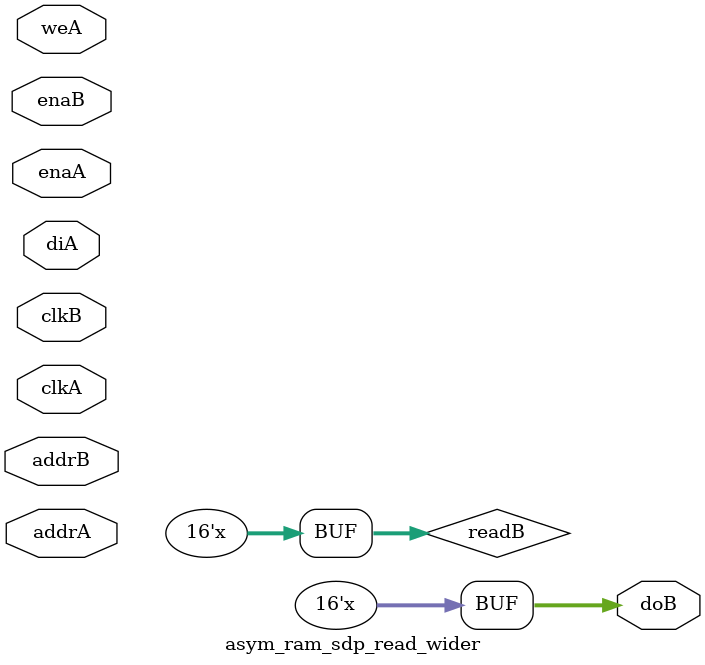
<source format=v>
/* Generated by Yosys 0.55+46 (git sha1 aa1daa702, g++ 11.4.0-1ubuntu1~22.04 -fPIC -O3) */

(* top =  1  *)
(* dynports =  1  *)
(* src = "dut.sv:4.1-72.10" *)
module asym_ram_sdp_read_wider(clkA, clkB, enaA, weA, enaB, addrA, addrB, diA, doB);
  (* src = "dut.sv:4.62-4.67" *)
  input [9:0] addrA;
  wire [9:0] addrA;
  (* src = "dut.sv:4.69-4.74" *)
  input [7:0] addrB;
  wire [7:0] addrB;
  (* src = "dut.sv:4.33-4.37" *)
  input clkA;
  wire clkA;
  (* src = "dut.sv:4.39-4.43" *)
  input clkB;
  wire clkB;
  (* src = "dut.sv:4.76-4.79" *)
  input [3:0] diA;
  wire [3:0] diA;
  (* src = "dut.sv:4.81-4.84" *)
  output [15:0] doB;
  wire [15:0] doB;
  (* src = "dut.sv:4.45-4.49" *)
  input enaA;
  wire enaA;
  (* src = "dut.sv:4.56-4.60" *)
  input enaB;
  wire enaB;
  (* \reg  = 32'd1 *)
  (* src = "dut.sv:50.19-50.24" *)
  wire [15:0] readB;
  (* src = "dut.sv:4.51-4.54" *)
  input weA;
  wire weA;
  assign doB = 16'hxxxx;
  assign readB = 16'hxxxx;
endmodule

</source>
